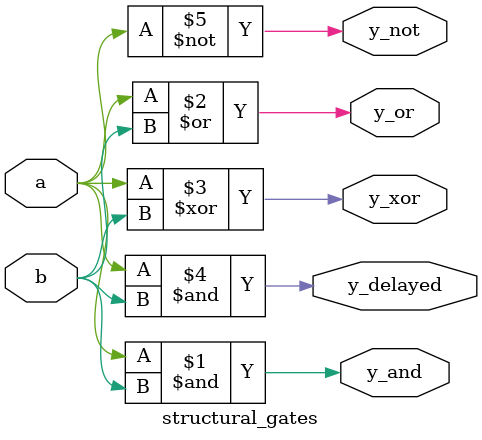
<source format=sv>
module structural_gates (
    input  logic a, b,
    output logic y_and, y_or, y_xor, y_not, y_delayed
);
    // Syntax: <gate_type> <instance_name> (output, input1, input2...);
    // Instance names (u1, u2...) are optional for primitives but good practice.
    
    and u1 (y_and, a, b);  // AND gate
    or  u2 (y_or,  a, b);  // OR gate
    xor u3 (y_xor, a, b);  // XOR gate
    not u4 (y_not, a);     // NOT gate (1 input)

    // Modeling Delays:
    // You can specify propagation delays directly on primitives.
    // 'and #3' means it takes 3 time units for the output to change.
    and #3 u5 (y_delayed, a, b); 
endmodule

</source>
